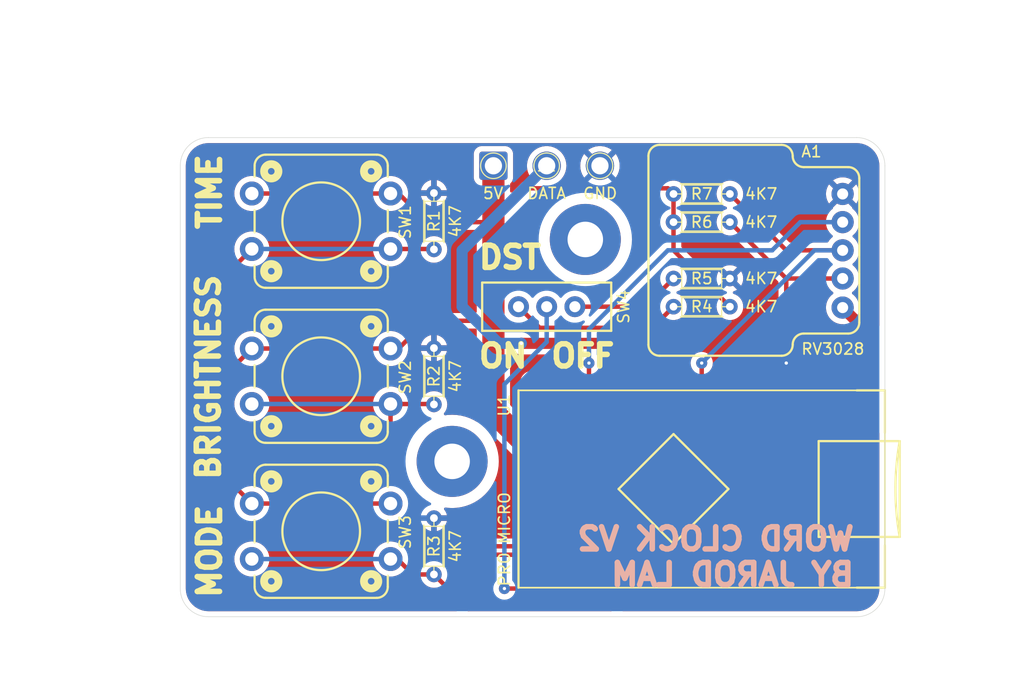
<source format=kicad_pcb>
(kicad_pcb (version 20240108) (generator "pcbnew") (generator_version "8.0")
  (layers (0 "F.Cu" signal) (31 "B.Cu" signal) (34 "B.Paste" user) (35 "F.Paste" user) (36 "B.SilkS" user "B.Silkscreen") (37 "F.SilkS" user "F.Silkscreen") (38 "B.Mask" user) (39 "F.Mask" user) (44 "Edge.Cuts" user))
  (net 0 "")
  (net 12 "GND")
  (net 13 "VCC")
  (net 14 "LEDDATA")
  (net 15 "SDA")
  (net 16 "SCL")
  (net 17 "INT")
  (net 18 "Net-(SW4-A)")
  (net 19 "Net-(SW4-C)")
  (net 20 "SW1")
  (net 21 "SW2")
  (net 22 "SW3")
  (net 23 "SW4")
  (footprint "Resistor_THT:R_Axial_DIN0204_L3.6mm_D1.6mm_P5.08mm_Horizontal" (layer "F.Cu") (at 74.93 30.48 180)
    (property "Reference" "R7" (hide yes))
    (property "Value" "4K7" (at -1.27 0 180) (layer "F.SilkS") (effects (justify left)))
    (fp_line (start 5.08 0) (end 4.34 0) (stroke (width 0.1)) (layer "F.SilkS"))
    (fp_line (start 4.34 0.8) (end 4.34 -0.8) (stroke (width 0.1)) (layer "F.SilkS"))
    (fp_line (start 4.34 -0.8) (end 0.74 -0.8) (stroke (width 0.1)) (layer "F.SilkS"))
    (fp_line (start 0.74 0.8) (end 4.34 0.8) (stroke (width 0.1)) (layer "F.SilkS"))
    (fp_line (start 0.74 -0.8) (end 0.74 0.8) (stroke (width 0.1)) (layer "F.SilkS"))
    (fp_line (start 0.62 0.92) (end 4.46 0.92) (stroke (width 0.12)) (layer "F.SilkS"))
    (fp_line (start 0.62 -0.92) (end 4.46 -0.92) (stroke (width 0.12)) (layer "F.SilkS"))
    (fp_line (start 0 0) (end 0.74 0) (stroke (width 0.1)) (layer "F.SilkS"))
    (fp_text user "${REFERENCE}" (at 2.54 0 0) (layer "F.SilkS"))
    (pad "1" thru_hole circle (at 0 0 180) (size 1.4 1.4) (drill 0.7) (layers "*.Cu" "*.Mask") (net 16 "SCL"))
    (pad "2" thru_hole oval (at 5.08 0 180) (size 1.4 1.4) (drill 0.7) (layers "*.Cu" "*.Mask") (net 13 "VCC"))
  )
  (footprint "MountingHole:MountingHole_3.2mm_M3_Pad" (layer "F.Cu") (at 61.9 34.58 90)
    (property "Reference" "H2" (hide yes))
    (property "Value" "MountingHole" (hide yes))
    (pad "1" thru_hole circle (at 0 0 90) (size 6.4 6.4) (drill 3.2) (layers "*.Cu" "*.Mask"))
  )
  (footprint "SparkFun-Switch:Slide_SPDT_PTH_11.6x4.0mm" (layer "F.Cu") (at 58.42 40.64 90)
    (property "Reference" "SW4" (at 0 6.35 90) (layer "F.SilkS") (effects (justify top)))
    (property "Value" "DST" (at 4.445 -6.35 0) (layer "F.SilkS") (effects (font (size 2 2) (thickness 0.5) (bold yes)) (justify left)))
    (fp_line (start 2.175 -5.815) (end -2.175 -5.815) (stroke (width 0.2032)) (layer "F.SilkS"))
    (fp_line (start -2.175 -5.815) (end -2.175 5.815) (stroke (width 0.2032)) (layer "F.SilkS"))
    (fp_line (start 2.175 5.815) (end 2.175 -5.815) (stroke (width 0.2032)) (layer "F.SilkS"))
    (fp_line (start -2.175 5.815) (end 2.175 5.815) (stroke (width 0.2032)) (layer "F.SilkS"))
    (pad "1" thru_hole circle (at 0 -2.54 90) (size 1.8796 1.8796) (drill 1) (layers "*.Cu" "*.Mask") (net 18 "Net-(SW4-A)"))
    (pad "2" thru_hole circle (at 0 0 90) (size 1.8796 1.8796) (drill 1) (layers "*.Cu" "*.Mask") (net 23 "SW4"))
    (pad "3" thru_hole circle (at 0 2.54 90) (size 1.8796 1.8796) (drill 1) (layers "*.Cu" "*.Mask") (net 19 "Net-(SW4-C)"))
  )
  (footprint "Pimoroni_RV3028:Pimoroni_RV3028_Breakout" (layer "F.Cu") (at 86.59 45.06 90)
    (property "Reference" "A1" (hide yes))
    (property "Value" "RV3028" (at 0.61 -5.31 0) (layer "F.SilkS") (effects (justify left)))
    (fp_line (start 1 -19) (end 18 -19) (stroke (width 0.2032)) (layer "F.SilkS"))
    (fp_line (start 19 -18) (end 19 -7) (stroke (width 0.2032)) (layer "F.SilkS"))
    (fp_line (start 0 -7) (end 0 -18) (stroke (width 0.2032)) (layer "F.SilkS"))
    (fp_line (start 17 -5) (end 17 -1) (stroke (width 0.2032)) (layer "F.SilkS"))
    (fp_line (start 2 -5) (end 2 -1) (stroke (width 0.2032)) (layer "F.SilkS"))
    (fp_line (start 16 0) (end 3 0) (stroke (width 0.2032)) (layer "F.SilkS"))
    (fp_arc (start 18 -19) (mid 18.707107 -18.707107) (end 19 -18) (stroke (width 0.2032)) (layer "F.SilkS"))
    (fp_arc (start 0 -18) (mid 0.292893 -18.707107) (end 1 -19) (stroke (width 0.2032)) (layer "F.SilkS"))
    (fp_arc (start 19 -7) (mid 18.707107 -6.292893) (end 18 -6) (stroke (width 0.2032)) (layer "F.SilkS"))
    (fp_arc (start 1 -6) (mid 0.292893 -6.292893) (end 0 -7) (stroke (width 0.2032)) (layer "F.SilkS"))
    (fp_arc (start 1 -6) (mid 1.707107 -5.707107) (end 2 -5) (stroke (width 0.2032)) (layer "F.SilkS"))
    (fp_arc (start 17 -5) (mid 17.292893 -5.707107) (end 18 -6) (stroke (width 0.2032)) (layer "F.SilkS"))
    (fp_arc (start 17 -1) (mid 16.707107 -0.292893) (end 16 0) (stroke (width 0.2032)) (layer "F.SilkS"))
    (fp_arc (start 3 0) (mid 2.292893 -0.292893) (end 2 -1) (stroke (width 0.2032)) (layer "F.SilkS"))
    (fp_text user "${REFERENCE}" (at 18.39 -5.31 0) (layer "F.SilkS") (effects (justify left)))
    (pad "1" thru_hole circle (at 4.34 -1.5 90) (size 2 2) (drill 1) (layers "*.Cu" "*.Mask") (net 13 "VCC"))
    (pad "2" thru_hole circle (at 6.96 -1.5 90) (size 2 2) (drill 1) (layers "*.Cu" "*.Mask") (net 15 "SDA"))
    (pad "3" thru_hole circle (at 9.5 -1.5 90) (size 2 2) (drill 1) (layers "*.Cu" "*.Mask") (net 16 "SCL"))
    (pad "4" thru_hole circle (at 12.04 -1.5 90) (size 2 2) (drill 1) (layers "*.Cu" "*.Mask") (net 17 "INT"))
    (pad "5" thru_hole circle (at 14.58 -1.5 90) (size 2 2) (drill 1) (layers "*.Cu" "*.Mask") (net 12 "GND"))
  )
  (footprint "SparkFun-Switch:Push_PTH_12x12mm" (layer "F.Cu") (at 38.1 46.91)
    (property "Reference" "SW2" (at 6.985 0.08 90) (layer "F.SilkS") (effects (justify top)))
    (property "Value" "BRIGHTNESS" (at -10.16 0.08 90) (layer "F.SilkS") (effects (font (size 2 2) (thickness 0.5) (bold yes))))
    (fp_line (start -6 -4) (end -6 -5) (stroke (width 0.2032)) (layer "F.SilkS"))
    (fp_line (start -6 1) (end -6 -1) (stroke (width 0.2032)) (layer "F.SilkS"))
    (fp_line (start -6 5) (end -6 4) (stroke (width 0.2032)) (layer "F.SilkS"))
    (fp_line (start -5 -6) (end 5 -6) (stroke (width 0.2032)) (layer "F.SilkS"))
    (fp_line (start 5 6) (end -5 6) (stroke (width 0.2032)) (layer "F.SilkS"))
    (fp_line (start 6 -5) (end 6 -4) (stroke (width 0.2032)) (layer "F.SilkS"))
    (fp_line (start 6 -1) (end 6 1) (stroke (width 0.2032)) (layer "F.SilkS"))
    (fp_line (start 6 4) (end 6 5) (stroke (width 0.2032)) (layer "F.SilkS"))
    (fp_arc (start -6 -5) (mid -5.707107 -5.707107) (end -5 -6) (stroke (width 0.2032)) (layer "F.SilkS"))
    (fp_arc (start -5 6) (mid -5.707107 5.707107) (end -6 5) (stroke (width 0.2032)) (layer "F.SilkS"))
    (fp_arc (start 5 -6) (mid 5.707107 -5.707107) (end 6 -5) (stroke (width 0.2032)) (layer "F.SilkS"))
    (fp_arc (start 6 5) (mid 5.707107 5.707107) (end 5 6) (stroke (width 0.2032)) (layer "F.SilkS"))
    (fp_circle (center -4.5 -4.5) (end -4.2 -4.5) (stroke (width 0.7)) (fill none) (layer "F.SilkS"))
    (fp_circle (center -4.5 4.5) (end -4.2 4.5) (stroke (width 0.7)) (fill none) (layer "F.SilkS"))
    (fp_circle (center 0 0) (end 3.5 0) (stroke (width 0.2032)) (fill none) (layer "F.SilkS"))
    (fp_circle (center 4.5 -4.5) (end 4.8 -4.5) (stroke (width 0.7)) (fill none) (layer "F.SilkS"))
    (fp_circle (center 4.5 4.5) (end 4.8 4.5) (stroke (width 0.7)) (fill none) (layer "F.SilkS"))
    (pad "1" thru_hole circle (at -6.25 -2.5) (size 2.159 2.159) (drill 1.2) (layers "*.Cu" "*.Mask") (net 13 "VCC"))
    (pad "1" thru_hole circle (at 6.25 -2.5) (size 2.159 2.159) (drill 1.2) (layers "*.Cu" "*.Mask") (net 13 "VCC"))
    (pad "2" thru_hole circle (at -6.25 2.5) (size 2.159 2.159) (drill 1.2) (layers "*.Cu" "*.Mask") (net 21 "SW2"))
    (pad "2" thru_hole circle (at 6.25 2.5) (size 2.159 2.159) (drill 1.2) (layers "*.Cu" "*.Mask") (net 21 "SW2"))
  )
  (footprint "Resistor_THT:R_Axial_DIN0204_L3.6mm_D1.6mm_P5.08mm_Horizontal" (layer "F.Cu") (at 48.26 64.77 90)
    (property "Reference" "R3" (hide yes))
    (property "Value" "4K7" (at 2.54 1.92 90) (layer "F.SilkS"))
    (fp_line (start 0.62 -0.92) (end 4.46 -0.92) (stroke (width 0.12)) (layer "F.SilkS"))
    (fp_line (start 4.34 -0.8) (end 0.74 -0.8) (stroke (width 0.1)) (layer "F.SilkS"))
    (fp_line (start 0.74 -0.8) (end 0.74 0.8) (stroke (width 0.1)) (layer "F.SilkS"))
    (fp_line (start 5.08 0) (end 4.34 0) (stroke (width 0.1)) (layer "F.SilkS"))
    (fp_line (start 0 0) (end 0.74 0) (stroke (width 0.1)) (layer "F.SilkS"))
    (fp_line (start 4.34 0.8) (end 4.34 -0.8) (stroke (width 0.1)) (layer "F.SilkS"))
    (fp_line (start 0.74 0.8) (end 4.34 0.8) (stroke (width 0.1)) (layer "F.SilkS"))
    (fp_line (start 0.62 0.92) (end 4.46 0.92) (stroke (width 0.12)) (layer "F.SilkS"))
    (fp_text user "${REFERENCE}" (at 2.54 0 90) (layer "F.SilkS"))
    (pad "1" thru_hole circle (at 0 0 90) (size 1.4 1.4) (drill 0.7) (layers "*.Cu" "*.Mask") (net 22 "SW3"))
    (pad "2" thru_hole oval (at 5.08 0 90) (size 1.4 1.4) (drill 0.7) (layers "*.Cu" "*.Mask") (net 12 "GND"))
  )
  (footprint "Resistor_THT:R_Axial_DIN0204_L3.6mm_D1.6mm_P5.08mm_Horizontal" (layer "F.Cu") (at 69.85 40.64)
    (property "Reference" "R4" (hide yes))
    (property "Value" "4K7" (at 6.35 0 180) (layer "F.SilkS") (effects (justify left)))
    (fp_line (start 0 0) (end 0.74 0) (stroke (width 0.1)) (layer "F.SilkS"))
    (fp_line (start 0.62 -0.92) (end 4.46 -0.92) (stroke (width 0.12)) (layer "F.SilkS"))
    (fp_line (start 0.62 0.92) (end 4.46 0.92) (stroke (width 0.12)) (layer "F.SilkS"))
    (fp_line (start 0.74 -0.8) (end 0.74 0.8) (stroke (width 0.1)) (layer "F.SilkS"))
    (fp_line (start 0.74 0.8) (end 4.34 0.8) (stroke (width 0.1)) (layer "F.SilkS"))
    (fp_line (start 4.34 -0.8) (end 0.74 -0.8) (stroke (width 0.1)) (layer "F.SilkS"))
    (fp_line (start 4.34 0.8) (end 4.34 -0.8) (stroke (width 0.1)) (layer "F.SilkS"))
    (fp_line (start 5.08 0) (end 4.34 0) (stroke (width 0.1)) (layer "F.SilkS"))
    (fp_text user "${REFERENCE}" (at 2.54 0 0) (layer "F.SilkS"))
    (pad "1" thru_hole circle (at 0 0) (size 1.4 1.4) (drill 0.7) (layers "*.Cu" "*.Mask") (net 18 "Net-(SW4-A)"))
    (pad "2" thru_hole oval (at 5.08 0) (size 1.4 1.4) (drill 0.7) (layers "*.Cu" "*.Mask") (net 13 "VCC"))
  )
  (footprint "MountingHole:MountingHole_3.2mm_M3_Pad" (layer "F.Cu") (at 49.9 54.58 90)
    (property "Reference" "H1" (hide yes))
    (property "Value" "MountingHole" (hide yes))
    (pad "1" thru_hole circle (at 0 0 90) (size 6.4 6.4) (drill 3.2) (layers "*.Cu" "*.Mask"))
  )
  (footprint "Connector_Wire:SolderWire-0.75sqmm_1x03_P4.8mm_D1.25mm_OD2.3mm" (layer "F.Cu") (at 53.62 27.94)
    (property "Reference" "J1" (hide yes))
    (property "Value" "LED STRIP" (hide yes))
    (fp_circle (center 0 0) (end 1.15 0) (stroke (width 0.1)) (fill none) (layer "F.SilkS"))
    (fp_circle (center 4.8 0) (end 5.95 0) (stroke (width 0.1)) (fill none) (layer "F.SilkS"))
    (fp_circle (center 9.6 0) (end 10.75 0) (stroke (width 0.1)) (fill none) (layer "F.SilkS"))
    (fp_text user "${REFERENCE}" (at 4.8 0 0) (layer "F.SilkS"))
    (pad "1" thru_hole roundrect (at 0 0) (size 2.55 2.55) (drill 1.55) (layers "*.Cu" "*.Mask") (roundrect_rratio 0.098039) (net 13 "VCC"))
    (pad "2" thru_hole circle (at 4.8 0) (size 2.55 2.55) (drill 1.55) (layers "*.Cu" "*.Mask") (net 14 "LEDDATA"))
    (pad "3" thru_hole circle (at 9.6 0) (size 2.55 2.55) (drill 1.55) (layers "*.Cu" "*.Mask") (net 12 "GND"))
  )
  (footprint "Resistor_THT:R_Axial_DIN0204_L3.6mm_D1.6mm_P5.08mm_Horizontal" (layer "F.Cu") (at 48.26 35.48 90)
    (property "Reference" "R1" (hide yes))
    (property "Value" "4K7" (at 2.54 1.92 90) (layer "F.SilkS"))
    (fp_line (start 0.62 -0.92) (end 4.46 -0.92) (stroke (width 0.12)) (layer "F.SilkS"))
    (fp_line (start 4.34 -0.8) (end 0.74 -0.8) (stroke (width 0.1)) (layer "F.SilkS"))
    (fp_line (start 0.74 -0.8) (end 0.74 0.8) (stroke (width 0.1)) (layer "F.SilkS"))
    (fp_line (start 5.08 0) (end 4.34 0) (stroke (width 0.1)) (layer "F.SilkS"))
    (fp_line (start 0 0) (end 0.74 0) (stroke (width 0.1)) (layer "F.SilkS"))
    (fp_line (start 4.34 0.8) (end 4.34 -0.8) (stroke (width 0.1)) (layer "F.SilkS"))
    (fp_line (start 0.74 0.8) (end 4.34 0.8) (stroke (width 0.1)) (layer "F.SilkS"))
    (fp_line (start 0.62 0.92) (end 4.46 0.92) (stroke (width 0.12)) (layer "F.SilkS"))
    (fp_text user "${REFERENCE}" (at 2.54 0 90) (layer "F.SilkS"))
    (pad "1" thru_hole circle (at 0 0 90) (size 1.4 1.4) (drill 0.7) (layers "*.Cu" "*.Mask") (net 20 "SW1"))
    (pad "2" thru_hole oval (at 5.08 0 90) (size 1.4 1.4) (drill 0.7) (layers "*.Cu" "*.Mask") (net 12 "GND"))
  )
  (footprint "Resistor_THT:R_Axial_DIN0204_L3.6mm_D1.6mm_P5.08mm_Horizontal" (layer "F.Cu") (at 74.93 38.1 180)
    (property "Reference" "R5" (hide yes))
    (property "Value" "4K7" (at -1.27 0 0) (layer "F.SilkS") (effects (justify left)))
    (fp_line (start 5.08 0) (end 4.34 0) (stroke (width 0.1)) (layer "F.SilkS"))
    (fp_line (start 4.34 0.8) (end 4.34 -0.8) (stroke (width 0.1)) (layer "F.SilkS"))
    (fp_line (start 4.34 -0.8) (end 0.74 -0.8) (stroke (width 0.1)) (layer "F.SilkS"))
    (fp_line (start 0.74 0.8) (end 4.34 0.8) (stroke (width 0.1)) (layer "F.SilkS"))
    (fp_line (start 0.74 -0.8) (end 0.74 0.8) (stroke (width 0.1)) (layer "F.SilkS"))
    (fp_line (start 0.62 0.92) (end 4.46 0.92) (stroke (width 0.12)) (layer "F.SilkS"))
    (fp_line (start 0.62 -0.92) (end 4.46 -0.92) (stroke (width 0.12)) (layer "F.SilkS"))
    (fp_line (start 0 0) (end 0.74 0) (stroke (width 0.1)) (layer "F.SilkS"))
    (fp_text user "${REFERENCE}" (at 2.54 0 0) (layer "F.SilkS"))
    (pad "1" thru_hole circle (at 0 0 180) (size 1.4 1.4) (drill 0.7) (layers "*.Cu" "*.Mask") (net 12 "GND"))
    (pad "2" thru_hole oval (at 5.08 0 180) (size 1.4 1.4) (drill 0.7) (layers "*.Cu" "*.Mask") (net 19 "Net-(SW4-C)"))
  )
  (footprint "SparkFun-Board:ProMicroC" (layer "F.Cu") (at 72.39 57.07 -90)
    (property "Reference" "U1" (at -7.54 17.8 90) (layer "F.SilkS"))
    (property "Value" "PRO MICRO" (at 4.525 17.78 90) (layer "F.SilkS"))
    (fp_line (start -8.89 16.51) (end 8.89 16.51) (stroke (width 0.1524)) (layer "F.SilkS"))
    (fp_line (start 8.89 16.51) (end -8.89 16.51) (stroke (width 0.2032)) (layer "F.SilkS"))
    (fp_line (start 8.89 16.51) (end 8.89 -16.51) (stroke (width 0.1524)) (layer "F.SilkS"))
    (fp_line (start 0 7.493) (end 4.953 2.54) (stroke (width 0.2032)) (layer "F.SilkS"))
    (fp_line (start -4.953 2.54) (end 0 7.493) (stroke (width 0.2032)) (layer "F.SilkS"))
    (fp_line (start 4.953 2.54) (end 0 -2.413) (stroke (width 0.2032)) (layer "F.SilkS"))
    (fp_line (start 0 -2.413) (end -4.953 2.54) (stroke (width 0.2032)) (layer "F.SilkS"))
    (fp_line (start -4.318 -10.541) (end -4.318 -17.8435) (stroke (width 0.2032)) (layer "F.SilkS"))
    (fp_line (start 4.318 -10.541) (end -4.318 -10.541) (stroke (width 0.2032)) (layer "F.SilkS"))
    (fp_line (start -8.89 -16.51) (end -8.89 16.51) (stroke (width 0.1524)) (layer "F.SilkS"))
    (fp_line (start -8.89 -16.51) (end -8.89 -13.97) (stroke (width 0.2032)) (layer "F.SilkS"))
    (fp_line (start -5.08 -16.51) (end -8.89 -16.51) (stroke (width 0.2032)) (layer "F.SilkS"))
    (fp_line (start 5.08 -16.51) (end 8.89 -16.51) (stroke (width 0.2032)) (layer "F.SilkS"))
    (fp_line (start 8.89 -16.51) (end 8.89 -13.97) (stroke (width 0.2032)) (layer "F.SilkS"))
    (fp_line (start 8.89 -16.51) (end -8.89 -16.51) (stroke (width 0.1524)) (layer "F.SilkS"))
    (fp_line (start -4.318 -17.8435) (end 4.318 -17.8435) (stroke (width 0.2032)) (layer "F.SilkS"))
    (fp_line (start 4.318 -17.8435) (end 4.318 -10.541) (stroke (width 0.2032)) (layer "F.SilkS"))
    (fp_arc (start 4.318 -17.8435) (mid 0 -17.460445) (end -4.318 -17.8435) (stroke (width 0.2032)) (layer "F.SilkS"))
    (pad "1" smd roundrect (at -8.89 -12.7 270) (size 2.54 1.27) (layers "F.Cu" "F.Paste" "F.Mask") (roundrect_rratio 0.5))
    (pad "2" smd roundrect (at -8.89 -10.16 270) (size 2.54 1.27) (layers "F.Cu" "F.Paste" "F.Mask") (roundrect_rratio 0.5))
    (pad "3" smd roundrect (at -8.89 -7.62 270) (size 2.54 1.27) (layers "F.Cu" "F.Paste" "F.Mask") (roundrect_rratio 0.5) (net 12 "GND"))
    (pad "4" smd roundrect (at -8.89 -5.08 270) (size 2.54 1.27) (layers "F.Cu" "F.Paste" "F.Mask") (roundrect_rratio 0.5) (net 12 "GND"))
    (pad "5" smd roundrect (at -8.89 -2.54 270) (size 2.54 1.27) (layers "F.Cu" "F.Paste" "F.Mask") (roundrect_rratio 0.5) (net 15 "SDA"))
    (pad "6" smd roundrect (at -8.89 0 270) (size 2.54 1.27) (layers "F.Cu" "F.Paste" "F.Mask") (roundrect_rratio 0.5) (net 16 "SCL"))
    (pad "7" smd roundrect (at -8.89 2.54 270) (size 2.54 1.27) (layers "F.Cu" "F.Paste" "F.Mask") (roundrect_rratio 0.5))
    (pad "8" smd roundrect (at -8.89 5.08 270) (size 2.54 1.27) (layers "F.Cu" "F.Paste" "F.Mask") (roundrect_rratio 0.5))
    (pad "9" smd roundrect (at -8.89 7.62 270) (size 2.54 1.27) (layers "F.Cu" "F.Paste" "F.Mask") (roundrect_rratio 0.5) (net 14 "LEDDATA"))
    (pad "10" smd roundrect (at -8.89 10.16 270) (size 2.54 1.27) (layers "F.Cu" "F.Paste" "F.Mask") (roundrect_rratio 0.5) (net 17 "INT"))
    (pad "11" smd roundrect (at -8.89 12.7 270) (size 2.54 1.27) (layers "F.Cu" "F.Paste" "F.Mask") (roundrect_rratio 0.5))
    (pad "12" smd roundrect (at -8.89 15.24 270) (size 2.54 1.27) (layers "F.Cu" "F.Paste" "F.Mask") (roundrect_rratio 0.5))
    (pad "13" smd roundrect (at 8.89 15.24 270) (size 2.54 1.27) (layers "F.Cu" "F.Paste" "F.Mask") (roundrect_rratio 0.5) (net 23 "SW4"))
    (pad "14" smd roundrect (at 8.89 12.7 270) (size 2.54 1.27) (layers "F.Cu" "F.Paste" "F.Mask") (roundrect_rratio 0.5) (net 20 "SW1"))
    (pad "15" smd roundrect (at 8.89 10.16 270) (size 2.54 1.27) (layers "F.Cu" "F.Paste" "F.Mask") (roundrect_rratio 0.5) (net 21 "SW2"))
    (pad "16" smd roundrect (at 8.89 7.62 270) (size 2.54 1.27) (layers "F.Cu" "F.Paste" "F.Mask") (roundrect_rratio 0.5) (net 22 "SW3"))
    (pad "17" smd roundrect (at 8.89 5.08 270) (size 2.54 1.27) (layers "F.Cu" "F.Paste" "F.Mask") (roundrect_rratio 0.5))
    (pad "18" smd roundrect (at 8.89 2.54 270) (size 2.54 1.27) (layers "F.Cu" "F.Paste" "F.Mask") (roundrect_rratio 0.5))
    (pad "19" smd roundrect (at 8.89 0 270) (size 2.54 1.27) (layers "F.Cu" "F.Paste" "F.Mask") (roundrect_rratio 0.5))
    (pad "20" smd roundrect (at 8.89 -2.54 270) (size 2.54 1.27) (layers "F.Cu" "F.Paste" "F.Mask") (roundrect_rratio 0.5))
    (pad "21" smd roundrect (at 8.89 -5.08 270) (size 2.54 1.27) (layers "F.Cu" "F.Paste" "F.Mask") (roundrect_rratio 0.5) (net 13 "VCC"))
    (pad "22" smd roundrect (at 8.89 -7.62 270) (size 2.54 1.27) (layers "F.Cu" "F.Paste" "F.Mask") (roundrect_rratio 0.5))
    (pad "23" smd roundrect (at 8.89 -10.16 270) (size 2.54 1.27) (layers "F.Cu" "F.Paste" "F.Mask") (roundrect_rratio 0.5) (net 12 "GND"))
    (pad "24" smd roundrect (at 8.89 -12.7 270) (size 2.54 1.27) (layers "F.Cu" "F.Paste" "F.Mask") (roundrect_rratio 0.5))
  )
  (footprint "SparkFun-Switch:Push_PTH_12x12mm" (layer "F.Cu") (at 38.1 32.94)
    (property "Reference" "SW1" (at 6.985 0.08 90) (layer "F.SilkS") (effects (justify top)))
    (property "Value" "TIME" (at -8.89 -6.27 90) (layer "F.SilkS") (effects (font (size 2 2) (thickness 0.5) (bold yes)) (justify right bottom)))
    (fp_line (start -6 -4) (end -6 -5) (stroke (width 0.2032)) (layer "F.SilkS"))
    (fp_line (start -6 1) (end -6 -1) (stroke (width 0.2032)) (layer "F.SilkS"))
    (fp_line (start -6 5) (end -6 4) (stroke (width 0.2032)) (layer "F.SilkS"))
    (fp_line (start -5 -6) (end 5 -6) (stroke (width 0.2032)) (layer "F.SilkS"))
    (fp_line (start 5 6) (end -5 6) (stroke (width 0.2032)) (layer "F.SilkS"))
    (fp_line (start 6 -5) (end 6 -4) (stroke (width 0.2032)) (layer "F.SilkS"))
    (fp_line (start 6 -1) (end 6 1) (stroke (width 0.2032)) (layer "F.SilkS"))
    (fp_line (start 6 4) (end 6 5) (stroke (width 0.2032)) (layer "F.SilkS"))
    (fp_arc (start -6 -5) (mid -5.707107 -5.707107) (end -5 -6) (stroke (width 0.2032)) (layer "F.SilkS"))
    (fp_arc (start -5 6) (mid -5.707107 5.707107) (end -6 5) (stroke (width 0.2032)) (layer "F.SilkS"))
    (fp_arc (start 5 -6) (mid 5.707107 -5.707107) (end 6 -5) (stroke (width 0.2032)) (layer "F.SilkS"))
    (fp_arc (start 6 5) (mid 5.707107 5.707107) (end 5 6) (stroke (width 0.2032)) (layer "F.SilkS"))
    (fp_circle (center -4.5 -4.5) (end -4.2 -4.5) (stroke (width 0.7)) (fill none) (layer "F.SilkS"))
    (fp_circle (center -4.5 4.5) (end -4.2 4.5) (stroke (width 0.7)) (fill none) (layer "F.SilkS"))
    (fp_circle (center 0 0) (end 3.5 0) (stroke (width 0.2032)) (fill none) (layer "F.SilkS"))
    (fp_circle (center 4.5 -4.5) (end 4.8 -4.5) (stroke (width 0.7)) (fill none) (layer "F.SilkS"))
    (fp_circle (center 4.5 4.5) (end 4.8 4.5) (stroke (width 0.7)) (fill none) (layer "F.SilkS"))
    (pad "1" thru_hole circle (at -6.25 -2.5) (size 2.159 2.159) (drill 1.2) (layers "*.Cu" "*.Mask") (net 13 "VCC"))
    (pad "1" thru_hole circle (at 6.25 -2.5) (size 2.159 2.159) (drill 1.2) (layers "*.Cu" "*.Mask") (net 13 "VCC"))
    (pad "2" thru_hole circle (at -6.25 2.5) (size 2.159 2.159) (drill 1.2) (layers "*.Cu" "*.Mask") (net 20 "SW1"))
    (pad "2" thru_hole circle (at 6.25 2.5) (size 2.159 2.159) (drill 1.2) (layers "*.Cu" "*.Mask") (net 20 "SW1"))
  )
  (footprint "Resistor_THT:R_Axial_DIN0204_L3.6mm_D1.6mm_P5.08mm_Horizontal" (layer "F.Cu") (at 69.85 33.02)
    (property "Reference" "R6" (hide yes))
    (property "Value" "4K7" (at 6.35 0 180) (layer "F.SilkS") (effects (justify left)))
    (fp_line (start 0 0) (end 0.74 0) (stroke (width 0.1)) (layer "F.SilkS"))
    (fp_line (start 0.62 -0.92) (end 4.46 -0.92) (stroke (width 0.12)) (layer "F.SilkS"))
    (fp_line (start 0.62 0.92) (end 4.46 0.92) (stroke (width 0.12)) (layer "F.SilkS"))
    (fp_line (start 0.74 -0.8) (end 0.74 0.8) (stroke (width 0.1)) (layer "F.SilkS"))
    (fp_line (start 0.74 0.8) (end 4.34 0.8) (stroke (width 0.1)) (layer "F.SilkS"))
    (fp_line (start 4.34 -0.8) (end 0.74 -0.8) (stroke (width 0.1)) (layer "F.SilkS"))
    (fp_line (start 4.34 0.8) (end 4.34 -0.8) (stroke (width 0.1)) (layer "F.SilkS"))
    (fp_line (start 5.08 0) (end 4.34 0) (stroke (width 0.1)) (layer "F.SilkS"))
    (fp_text user "${REFERENCE}" (at 2.54 0 0) (layer "F.SilkS"))
    (pad "1" thru_hole circle (at 0 0) (size 1.4 1.4) (drill 0.7) (layers "*.Cu" "*.Mask") (net 13 "VCC"))
    (pad "2" thru_hole oval (at 5.08 0) (size 1.4 1.4) (drill 0.7) (layers "*.Cu" "*.Mask") (net 15 "SDA"))
  )
  (footprint "SparkFun-Switch:Push_PTH_12x12mm" (layer "F.Cu") (at 38.1 60.88)
    (property "Reference" "SW3" (at 6.985 0.08 90) (layer "F.SilkS") (effects (justify top)))
    (property "Value" "MODE" (at -8.89 6.223 90) (layer "F.SilkS") (effects (font (size 2 2) (thickness 0.5) (bold yes)) (justify left bottom)))
    (fp_line (start -6 -4) (end -6 -5) (stroke (width 0.2032)) (layer "F.SilkS"))
    (fp_line (start -6 1) (end -6 -1) (stroke (width 0.2032)) (layer "F.SilkS"))
    (fp_line (start -6 5) (end -6 4) (stroke (width 0.2032)) (layer "F.SilkS"))
    (fp_line (start -5 -6) (end 5 -6) (stroke (width 0.2032)) (layer "F.SilkS"))
    (fp_line (start 5 6) (end -5 6) (stroke (width 0.2032)) (layer "F.SilkS"))
    (fp_line (start 6 -5) (end 6 -4) (stroke (width 0.2032)) (layer "F.SilkS"))
    (fp_line (start 6 -1) (end 6 1) (stroke (width 0.2032)) (layer "F.SilkS"))
    (fp_line (start 6 4) (end 6 5) (stroke (width 0.2032)) (layer "F.SilkS"))
    (fp_arc (start -6 -5) (mid -5.707107 -5.707107) (end -5 -6) (stroke (width 0.2032)) (layer "F.SilkS"))
    (fp_arc (start -5 6) (mid -5.707107 5.707107) (end -6 5) (stroke (width 0.2032)) (layer "F.SilkS"))
    (fp_arc (start 5 -6) (mid 5.707107 -5.707107) (end 6 -5) (stroke (width 0.2032)) (layer "F.SilkS"))
    (fp_arc (start 6 5) (mid 5.707107 5.707107) (end 5 6) (stroke (width 0.2032)) (layer "F.SilkS"))
    (fp_circle (center -4.5 -4.5) (end -4.2 -4.5) (stroke (width 0.7)) (fill none) (layer "F.SilkS"))
    (fp_circle (center -4.5 4.5) (end -4.2 4.5) (stroke (width 0.7)) (fill none) (layer "F.SilkS"))
    (fp_circle (center 0 0) (end 3.5 0) (stroke (width 0.2032)) (fill none) (layer "F.SilkS"))
    (fp_circle (center 4.5 -4.5) (end 4.8 -4.5) (stroke (width 0.7)) (fill none) (layer "F.SilkS"))
    (fp_circle (center 4.5 4.5) (end 4.8 4.5) (stroke (width 0.7)) (fill none) (layer "F.SilkS"))
    (pad "1" thru_hole circle (at -6.25 -2.5) (size 2.159 2.159) (drill 1.2) (layers "*.Cu" "*.Mask") (net 13 "VCC"))
    (pad "1" thru_hole circle (at 6.25 -2.5) (size 2.159 2.159) (drill 1.2) (layers "*.Cu" "*.Mask") (net 13 "VCC"))
    (pad "2" thru_hole circle (at -6.25 2.5) (size 2.159 2.159) (drill 1.2) (layers "*.Cu" "*.Mask") (net 22 "SW3"))
    (pad "2" thru_hole circle (at 6.25 2.5) (size 2.159 2.159) (drill 1.2) (layers "*.Cu" "*.Mask") (net 22 "SW3"))
  )
  (footprint "Resistor_THT:R_Axial_DIN0204_L3.6mm_D1.6mm_P5.08mm_Horizontal" (layer "F.Cu") (at 48.26 49.45 90)
    (property "Reference" "R2" (hide yes))
    (property "Value" "4K7" (at 2.54 1.92 90) (layer "F.SilkS"))
    (fp_line (start 0.62 -0.92) (end 4.46 -0.92) (stroke (width 0.12)) (layer "F.SilkS"))
    (fp_line (start 4.34 -0.8) (end 0.74 -0.8) (stroke (width 0.1)) (layer "F.SilkS"))
    (fp_line (start 0.74 -0.8) (end 0.74 0.8) (stroke (width 0.1)) (layer "F.SilkS"))
    (fp_line (start 5.08 0) (end 4.34 0) (stroke (width 0.1)) (layer "F.SilkS"))
    (fp_line (start 0 0) (end 0.74 0) (stroke (width 0.1)) (layer "F.SilkS"))
    (fp_line (start 4.34 0.8) (end 4.34 -0.8) (stroke (width 0.1)) (layer "F.SilkS"))
    (fp_line (start 0.74 0.8) (end 4.34 0.8) (stroke (width 0.1)) (layer "F.SilkS"))
    (fp_line (start 0.62 0.92) (end 4.46 0.92) (stroke (width 0.12)) (layer "F.SilkS"))
    (fp_text user "${REFERENCE}" (at 2.54 0 90) (layer "F.SilkS"))
    (pad "1" thru_hole circle (at 0 0 90) (size 1.4 1.4) (drill 0.7) (layers "*.Cu" "*.Mask") (net 21 "SW2"))
    (pad "2" thru_hole oval (at 5.08 0 90) (size 1.4 1.4) (drill 0.7) (layers "*.Cu" "*.Mask") (net 12 "GND"))
  )
  (gr_line (start 27.94 68.58) (end 86.36 68.58) (stroke (width 0.05)) (layer "Edge.Cuts"))
  (gr_arc (start 86.36 25.4) (mid 88.156051 26.143949) (end 88.9 27.94) (stroke (width 0.05)) (layer "Edge.Cuts"))
  (gr_arc (start 27.94 68.58) (mid 26.143949 67.836051) (end 25.4 66.04) (stroke (width 0.05)) (layer "Edge.Cuts"))
  (gr_line (start 88.9 66.04) (end 88.9 27.94) (stroke (width 0.05)) (layer "Edge.Cuts"))
  (gr_arc (start 88.9 66.04) (mid 88.156051 67.836051) (end 86.36 68.58) (stroke (width 0.05)) (layer "Edge.Cuts"))
  (gr_arc (start 25.4 27.94) (mid 26.143949 26.143949) (end 27.94 25.4) (stroke (width 0.05)) (layer "Edge.Cuts"))
  (gr_line (start 25.4 27.94) (end 25.4 66.04) (stroke (width 0.05)) (layer "Edge.Cuts"))
  (gr_line (start 86.36 25.4) (end 27.94 25.4) (stroke (width 0.05)) (layer "Edge.Cuts"))
  (gr_text "WORD CLOCK V2\nBY JAROD LAM" (at 86.36 65.96 0) (layer "B.SilkS") (effects (font (size 2 2) (thickness 0.5) (bold yes)) (justify left bottom mirror)))
  (gr_text "DATA" (at 58.42 29.845 0) (layer "F.SilkS") (effects (font (size 1 1)) (justify top)))
  (gr_text "OFF" (at 64.77 45.085 0) (layer "F.SilkS") (effects (font (size 2 2) (thickness 0.5) (bold yes)) (justify right)))
  (gr_text "5V" (at 53.594 29.845 0) (layer "F.SilkS") (effects (font (size 1 1)) (justify top)))
  (gr_text "GND" (at 63.246 29.845 0) (layer "F.SilkS") (effects (font (size 1 1)) (justify top)))
  (gr_text "ON" (at 52.07 45.085 0) (layer "F.SilkS") (effects (font (size 2 2) (thickness 0.5) (bold yes)) (justify left)))
  (via (at 80.01 45.72) (size 1) (drill 0.3) (layers "F.Cu" "B.Cu") (net 12))
  (segment (start 87.63 43.26) (end 87.63 51.1175) (width 1) (layer "F.Cu") (net 13))
  (segment (start 45.075 44.41) (end 47.575 41.91) (width 0.4) (layer "F.Cu") (net 13))
  (segment (start 56.668 29.972) (end 69.342 29.972) (width 0.4) (layer "F.Cu") (net 13))
  (segment (start 69.85 35.56) (end 74.93 40.64) (width 0.4) (layer "F.Cu") (net 13))
  (segment (start 53.62 50.1275) (end 60.6425 57.15) (width 2) (layer "F.Cu") (net 13))
  (segment (start 47.575 41.91) (end 53.62 41.91) (width 0.4) (layer "F.Cu") (net 13))
  (segment (start 53.62 46.99) (end 53.62 50.1275) (width 2) (layer "F.Cu") (net 13))
  (segment (start 73.66 57.15) (end 77.47 60.96) (width 2) (layer "F.Cu") (net 13))
  (segment (start 29.21 55.74) (end 31.85 58.38) (width 0.4) (layer "F.Cu") (net 13))
  (segment (start 44.35 58.38) (end 31.85 58.38) (width 0.4) (layer "F.Cu") (net 13))
  (segment (start 45.075 44.41) (end 41.91 44.41) (width 0.4) (layer "F.Cu") (net 13))
  (segment (start 31.85 44.41) (end 29.27 46.99) (width 0.4) (layer "F.Cu") (net 13))
  (segment (start 53.62 33.02) (end 53.62 46.99) (width 2) (layer "F.Cu") (net 13))
  (segment (start 45.075 58.38) (end 44.41 58.38) (width 0.4) (layer "F.Cu") (net 13))
  (segment (start 53.62 33.02) (end 56.668 29.972) (width 0.4) (layer "F.Cu") (net 13))
  (segment (start 41.91 44.41) (end 31.125 44.41) (width 0.4) (layer "F.Cu") (net 13))
  (segment (start 77.7875 60.96) (end 77.47 60.96) (width 1) (layer "F.Cu") (net 13))
  (segment (start 44.35 44.41) (end 44.35 44.55) (width 0.4) (layer "F.Cu") (net 13))
  (segment (start 60.6425 57.15) (end 73.66 57.15) (width 2) (layer "F.Cu") (net 13))
  (segment (start 45.075 30.44) (end 47.655 33.02) (width 0.4) (layer "F.Cu") (net 13))
  (segment (start 69.342 29.972) (end 69.85 30.48) (width 0.4) (layer "F.Cu") (net 13))
  (segment (start 87.63 51.1175) (end 77.7875 60.96) (width 1) (layer "F.Cu") (net 13))
  (segment (start 69.85 30.48) (end 69.85 33.02) (width 0.4) (layer "F.Cu") (net 13))
  (segment (start 69.85 33.02) (end 69.85 35.56) (width 0.4) (layer "F.Cu") (net 13))
  (segment (start 47.655 33.02) (end 53.62 33.02) (width 0.4) (layer "F.Cu") (net 13))
  (segment (start 53.62 27.94) (end 53.62 33.02) (width 2) (layer "F.Cu") (net 13))
  (segment (start 29.21 46.99) (end 29.21 55.74) (width 0.4) (layer "F.Cu") (net 13))
  (segment (start 29.27 46.99) (end 29.21 46.99) (width 0.4) (layer "F.Cu") (net 13))
  (segment (start 85.09 40.72) (end 87.63 43.26) (width 1) (layer "F.Cu") (net 13))
  (segment (start 77.47 60.96) (end 77.47 65.96) (width 2) (layer "F.Cu") (net 13))
  (segment (start 31.125 30.44) (end 45.075 30.44) (width 0.4) (layer "F.Cu") (net 13))
  (segment (start 63.5 43.942) (end 64.77 45.212) (width 1) (layer "F.Cu") (net 14))
  (segment (start 64.77 45.212) (end 64.77 48.18) (width 1) (layer "F.Cu") (net 14))
  (segment (start 56.134 43.942) (end 63.5 43.942) (width 1) (layer "F.Cu") (net 14))
  (via (at 56.134 43.942) (size 1) (drill 0.3) (layers "F.Cu" "B.Cu") (net 14))
  (segment (start 50.8 40.64) (end 50.8 35.56) (width 1) (layer "B.Cu") (net 14))
  (segment (start 54.102 43.942) (end 50.8 40.64) (width 1) (layer "B.Cu") (net 14))
  (segment (start 56.134 43.942) (end 54.102 43.942) (width 1) (layer "B.Cu") (net 14))
  (segment (start 50.8 35.56) (end 58.42 27.94) (width 1) (layer "B.Cu") (net 14))
  (segment (start 74.93 33.02) (end 80.01 38.1) (width 0.4) (layer "F.Cu") (net 15))
  (segment (start 74.93 48.18) (end 80.01 43.1) (width 0.4) (layer "F.Cu") (net 15))
  (segment (start 80.01 38.1) (end 85.09 38.1) (width 0.4) (layer "F.Cu") (net 15))
  (segment (start 80.01 43.1) (end 80.01 38.1) (width 0.4) (layer "F.Cu") (net 15))
  (segment (start 80.01 35.56) (end 85.09 35.56) (width 0.4) (layer "F.Cu") (net 16))
  (segment (start 74.93 30.48) (end 80.01 35.56) (width 0.4) (layer "F.Cu") (net 16))
  (segment (start 72.39 45.72) (end 72.39 48.18) (width 0.4) (layer "F.Cu") (net 16))
  (via (at 72.39 45.72) (size 1) (drill 0.3) (layers "F.Cu" "B.Cu") (net 16))
  (segment (start 82.55 35.56) (end 85.09 35.56) (width 0.4) (layer "B.Cu") (net 16))
  (segment (start 72.39 45.72) (end 82.55 35.56) (width 0.4) (layer "B.Cu") (net 16))
  (segment (start 62.23 48.18) (end 62.23 45.72) (width 0.4) (layer "F.Cu") (net 17))
  (via (at 62.23 45.72) (size 1) (drill 0.3) (layers "F.Cu" "B.Cu") (net 17))
  (segment (start 81.28 33.02) (end 78.74 35.56) (width 0.4) (layer "B.Cu") (net 17))
  (segment (start 62.23 42.672) (end 62.23 45.72) (width 0.4) (layer "B.Cu") (net 17))
  (segment (start 85.09 33.02) (end 81.28 33.02) (width 0.4) (layer "B.Cu") (net 17))
  (segment (start 69.342 35.56) (end 62.23 42.672) (width 0.4) (layer "B.Cu") (net 17))
  (segment (start 78.74 35.56) (end 69.342 35.56) (width 0.4) (layer "B.Cu") (net 17))
  (segment (start 67.945 42.545) (end 69.85 40.64) (width 0.4) (layer "F.Cu") (net 18))
  (segment (start 55.88 40.64) (end 57.785 42.545) (width 0.4) (layer "F.Cu") (net 18))
  (segment (start 57.785 42.545) (end 67.945 42.545) (width 0.4) (layer "F.Cu") (net 18))
  (segment (start 60.96 40.64) (end 67.31 40.64) (width 0.4) (layer "F.Cu") (net 19))
  (segment (start 67.31 40.64) (end 69.85 38.1) (width 0.4) (layer "F.Cu") (net 19))
  (segment (start 44.916 60.706) (end 47.202 62.992) (width 0.4) (layer "F.Cu") (net 20))
  (segment (start 45.075 35.44) (end 48.22 35.44) (width 0.4) (layer "F.Cu") (net 20))
  (segment (start 58.547 62.992) (end 59.69 64.135) (width 0.4) (layer "F.Cu") (net 20))
  (segment (start 30.926 60.706) (end 44.916 60.706) (width 0.4) (layer "F.Cu") (net 20))
  (segment (start 47.202 62.992) (end 58.547 62.992) (width 0.4) (layer "F.Cu") (net 20))
  (segment (start 59.69 64.135) (end 59.69 65.96) (width 0.4) (layer "F.Cu") (net 20))
  (segment (start 27.94 57.72) (end 30.926 60.706) (width 0.4) (layer "F.Cu") (net 20))
  (segment (start 48.22 35.44) (end 48.26 35.48) (width 0.4) (layer "F.Cu") (net 20))
  (segment (start 31.85 35.44) (end 27.94 39.35) (width 0.4) (layer "F.Cu") (net 20))
  (segment (start 27.94 39.35) (end 27.94 57.72) (width 0.4) (layer "F.Cu") (net 20))
  (segment (start 31.85 35.44) (end 44.35 35.44) (width 0.4) (layer "B.Cu") (net 20))
  (segment (start 60.325 62.23) (end 47.625 62.23) (width 0.4) (layer "F.Cu") (net 21))
  (segment (start 46.355 60.96) (end 46.355 57.531) (width 0.4) (layer "F.Cu") (net 21))
  (segment (start 44.35 55.526) (end 44.35 49.41) (width 0.4) (layer "F.Cu") (net 21))
  (segment (start 47.625 62.23) (end 46.355 60.96) (width 0.4) (layer "F.Cu") (net 21))
  (segment (start 62.23 65.96) (end 62.23 64.135) (width 0.4) (layer "F.Cu") (net 21))
  (segment (start 46.355 57.531) (end 44.35 55.526) (width 0.4) (layer "F.Cu") (net 21))
  (segment (start 45.075 49.41) (end 48.22 49.41) (width 0.4) (layer "F.Cu") (net 21))
  (segment (start 48.22 49.41) (end 48.26 49.45) (width 0.4) (layer "F.Cu") (net 21))
  (segment (start 62.23 64.135) (end 60.325 62.23) (width 0.4) (layer "F.Cu") (net 21))
  (segment (start 31.85 49.41) (end 44.35 49.41) (width 0.4) (layer "B.Cu") (net 21))
  (segment (start 51.37 67.88) (end 64.2 67.88) (width 0.4) (layer "F.Cu") (net 22))
  (segment (start 45.075 63.49) (end 46.355 64.77) (width 0.4) (layer "F.Cu") (net 22))
  (segment (start 46.355 64.77) (end 48.26 64.77) (width 0.4) (layer "F.Cu") (net 22))
  (segment (start 45.075 63.38) (end 45.075 63.49) (width 0.4) (layer "F.Cu") (net 22))
  (segment (start 64.2 67.88) (end 64.77 67.31) (width 0.4) (layer "F.Cu") (net 22))
  (segment (start 48.26 64.77) (end 51.37 67.88) (width 0.4) (layer "F.Cu") (net 22))
  (segment (start 64.77 67.31) (end 64.77 65.96) (width 0.4) (layer "F.Cu") (net 22))
  (segment (start 31.85 63.38) (end 44.35 63.38) (width 0.4) (layer "B.Cu") (net 22))
  (segment (start 57.07 66.04) (end 57.15 65.96) (width 0.4) (layer "F.Cu") (net 23))
  (segment (start 54.61 66.04) (end 57.07 66.04) (width 0.4) (layer "F.Cu") (net 23))
  (via (at 54.61 66.04) (size 1) (drill 0.3) (layers "F.Cu" "B.Cu") (net 23))
  (segment (start 54.61 47.625) (end 58.42 43.815) (width 0.4) (layer "B.Cu") (net 23))
  (segment (start 54.61 66.04) (end 54.61 47.625) (width 0.4) (layer "B.Cu") (net 23))
  (segment (start 58.42 43.815) (end 58.42 40.64) (width 0.4) (layer "B.Cu") (net 23))
  (zone (net 12) (net_name "GND") (layers "F&B.Cu") (name "GND") (connect_pads (clearance 0.5)) (min_thickness 0.25) (fill yes (thermal_gap 0.5) (thermal_bridge_width 0.5))
    (polygon (pts (xy 22.86 24.13) (xy 90.17 24.13) (xy 90.17 69.85) (xy 22.86 69.85)))
  )
)
</source>
